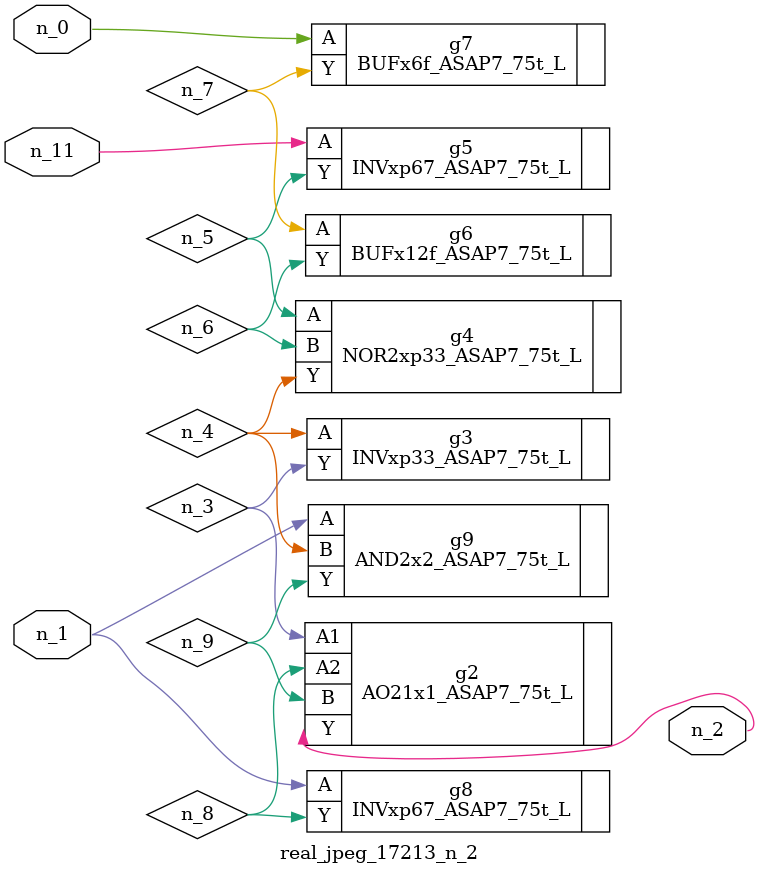
<source format=v>
module real_jpeg_17213_n_2 (n_1, n_11, n_0, n_2);

input n_1;
input n_11;
input n_0;

output n_2;

wire n_5;
wire n_8;
wire n_4;
wire n_6;
wire n_7;
wire n_3;
wire n_9;

BUFx6f_ASAP7_75t_L g7 ( 
.A(n_0),
.Y(n_7)
);

INVxp67_ASAP7_75t_L g8 ( 
.A(n_1),
.Y(n_8)
);

AND2x2_ASAP7_75t_L g9 ( 
.A(n_1),
.B(n_4),
.Y(n_9)
);

AO21x1_ASAP7_75t_L g2 ( 
.A1(n_3),
.A2(n_8),
.B(n_9),
.Y(n_2)
);

INVxp33_ASAP7_75t_L g3 ( 
.A(n_4),
.Y(n_3)
);

NOR2xp33_ASAP7_75t_L g4 ( 
.A(n_5),
.B(n_6),
.Y(n_4)
);

BUFx12f_ASAP7_75t_L g6 ( 
.A(n_7),
.Y(n_6)
);

INVxp67_ASAP7_75t_L g5 ( 
.A(n_11),
.Y(n_5)
);


endmodule
</source>
